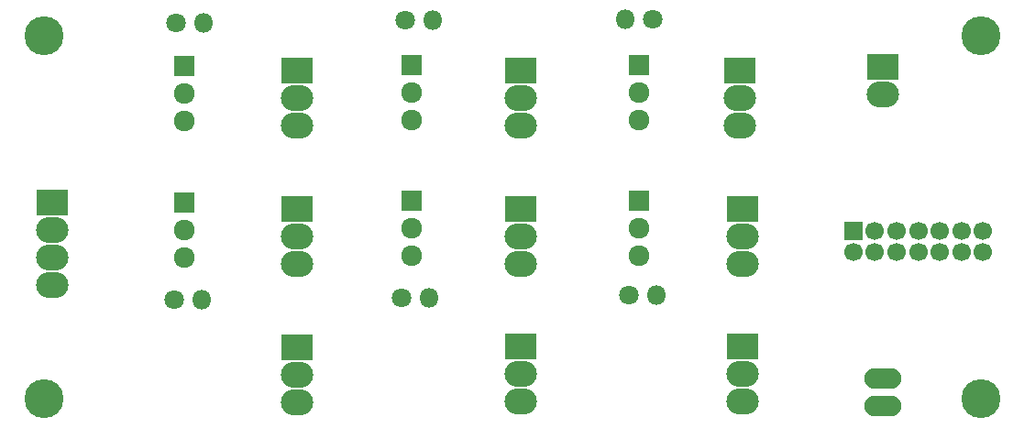
<source format=gbr>
G04 #@! TF.GenerationSoftware,KiCad,Pcbnew,(5.0.0)*
G04 #@! TF.CreationDate,2018-08-01T11:46:43+01:00*
G04 #@! TF.ProjectId,blanking,626C616E6B696E672E6B696361645F70,rev?*
G04 #@! TF.SameCoordinates,Original*
G04 #@! TF.FileFunction,Soldermask,Bot*
G04 #@! TF.FilePolarity,Negative*
%FSLAX46Y46*%
G04 Gerber Fmt 4.6, Leading zero omitted, Abs format (unit mm)*
G04 Created by KiCad (PCBNEW (5.0.0)) date 08/01/18 11:46:43*
%MOMM*%
%LPD*%
G01*
G04 APERTURE LIST*
%ADD10R,3.000000X2.400000*%
%ADD11O,3.000000X2.400000*%
%ADD12R,1.700000X1.700000*%
%ADD13C,1.700000*%
%ADD14O,3.410000X1.910000*%
%ADD15C,1.920000*%
%ADD16R,1.920000X1.920000*%
%ADD17C,1.800000*%
%ADD18O,1.800000X1.800000*%
%ADD19C,3.600000*%
G04 APERTURE END LIST*
D10*
G04 #@! TO.C,J8_Green_Enab*
X242450000Y-61275000D03*
D11*
X242450000Y-63815000D03*
X242450000Y-66355000D03*
G04 #@! TD*
D10*
G04 #@! TO.C,J12_green_blank*
X242200000Y-48525000D03*
D11*
X242200000Y-51065000D03*
X242200000Y-53605000D03*
G04 #@! TD*
D10*
G04 #@! TO.C,J1_Blue_enab*
X201350000Y-74075000D03*
D11*
X201350000Y-76615000D03*
X201350000Y-79155000D03*
G04 #@! TD*
D10*
G04 #@! TO.C,J2_Green_PWM*
X242450000Y-74025000D03*
D11*
X242450000Y-76565000D03*
X242450000Y-79105000D03*
G04 #@! TD*
D10*
G04 #@! TO.C,J3_Red_PWM*
X221950000Y-74025000D03*
D11*
X221950000Y-76565000D03*
X221950000Y-79105000D03*
G04 #@! TD*
D12*
G04 #@! TO.C,J5*
X252700000Y-63275000D03*
D13*
X254700000Y-63275000D03*
X256700000Y-63275000D03*
X258700000Y-63275000D03*
X260700000Y-63275000D03*
X262700000Y-63275000D03*
X264700000Y-63275000D03*
X252700000Y-65275000D03*
X254700000Y-65275000D03*
X256700000Y-65275000D03*
X258700000Y-65275000D03*
X260700000Y-65275000D03*
X262700000Y-65275000D03*
X264700000Y-65275000D03*
G04 #@! TD*
D10*
G04 #@! TO.C,J6_Blue_Enab*
X201350000Y-61275000D03*
D11*
X201350000Y-63815000D03*
X201350000Y-66355000D03*
G04 #@! TD*
D10*
G04 #@! TO.C,J7_Red_enab*
X221950000Y-61275000D03*
D11*
X221950000Y-63815000D03*
X221950000Y-66355000D03*
G04 #@! TD*
D10*
G04 #@! TO.C,J9*
X255400000Y-48175000D03*
D11*
X255400000Y-50715000D03*
G04 #@! TD*
D10*
G04 #@! TO.C,J10_red_blank*
X221950000Y-48525000D03*
D11*
X221950000Y-51065000D03*
X221950000Y-53605000D03*
G04 #@! TD*
D10*
G04 #@! TO.C,J11_blue_blank*
X201350000Y-48475000D03*
D11*
X201350000Y-51015000D03*
X201350000Y-53555000D03*
G04 #@! TD*
D10*
G04 #@! TO.C,J13*
X178750000Y-60675000D03*
D11*
X178750000Y-63215000D03*
X178750000Y-65755000D03*
X178750000Y-68295000D03*
G04 #@! TD*
D14*
G04 #@! TO.C,J14_inv_vcc*
X255450000Y-79525000D03*
X255450000Y-76985000D03*
G04 #@! TD*
D15*
G04 #@! TO.C,Q1*
X232950000Y-63065000D03*
X232950000Y-65605000D03*
D16*
X232950000Y-60525000D03*
G04 #@! TD*
D15*
G04 #@! TO.C,Q2*
X190950000Y-63215000D03*
X190950000Y-65755000D03*
D16*
X190950000Y-60675000D03*
G04 #@! TD*
D15*
G04 #@! TO.C,Q3*
X211950000Y-63065000D03*
X211950000Y-65605000D03*
D16*
X211950000Y-60525000D03*
G04 #@! TD*
D15*
G04 #@! TO.C,Q4*
X232950000Y-50565000D03*
X232950000Y-53105000D03*
D16*
X232950000Y-48025000D03*
G04 #@! TD*
D15*
G04 #@! TO.C,Q5*
X211950000Y-50565000D03*
X211950000Y-53105000D03*
D16*
X211950000Y-48025000D03*
G04 #@! TD*
D15*
G04 #@! TO.C,Q6*
X190950000Y-50615000D03*
X190950000Y-53155000D03*
D16*
X190950000Y-48075000D03*
G04 #@! TD*
D17*
G04 #@! TO.C,R1 270*
X189950000Y-69675000D03*
D18*
X192490000Y-69675000D03*
G04 #@! TD*
D17*
G04 #@! TO.C,R2 270*
X210950000Y-69525000D03*
D18*
X213490000Y-69525000D03*
G04 #@! TD*
D17*
G04 #@! TO.C,R3 270*
X231950000Y-69275000D03*
D18*
X234490000Y-69275000D03*
G04 #@! TD*
D17*
G04 #@! TO.C,R4 270*
X234200000Y-43775000D03*
D18*
X231660000Y-43775000D03*
G04 #@! TD*
D17*
G04 #@! TO.C,R5 270*
X190150000Y-44075000D03*
D18*
X192690000Y-44075000D03*
G04 #@! TD*
D17*
G04 #@! TO.C,R6 270*
X211350000Y-43875000D03*
D18*
X213890000Y-43875000D03*
G04 #@! TD*
D19*
G04 #@! TO.C,REF\002A\002A*
X177950000Y-45275000D03*
G04 #@! TD*
G04 #@! TO.C,REF\002A\002A*
X177950000Y-78775000D03*
G04 #@! TD*
G04 #@! TO.C,REF\002A\002A*
X264450000Y-45275000D03*
G04 #@! TD*
G04 #@! TO.C,REF\002A\002A*
X264450000Y-78775000D03*
G04 #@! TD*
M02*

</source>
